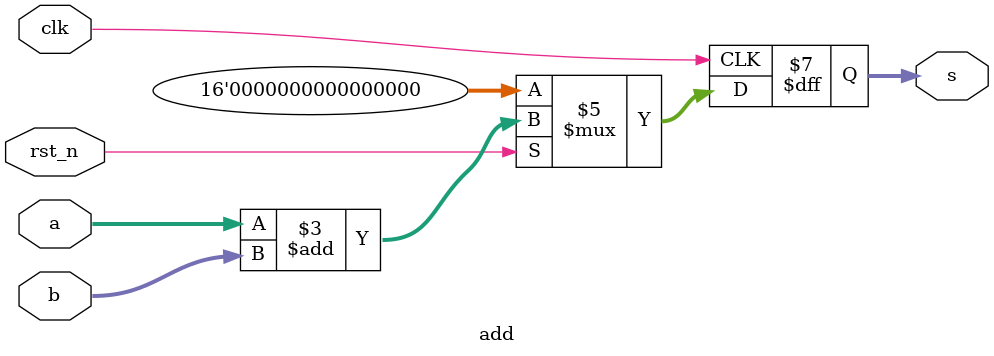
<source format=v>
`timescale 1ns / 1ps


module add(a, b, s, clk, rst_n);   

    input [14:0] a, b;
    input clk;
    input rst_n;
    output reg [15:0] s;

always @(posedge clk)   
begin   
    if(!rst_n)   
        begin   
            s <= 0;    
        end
    else
        begin
            s <= a + b;
        end
end   

endmodule

</source>
